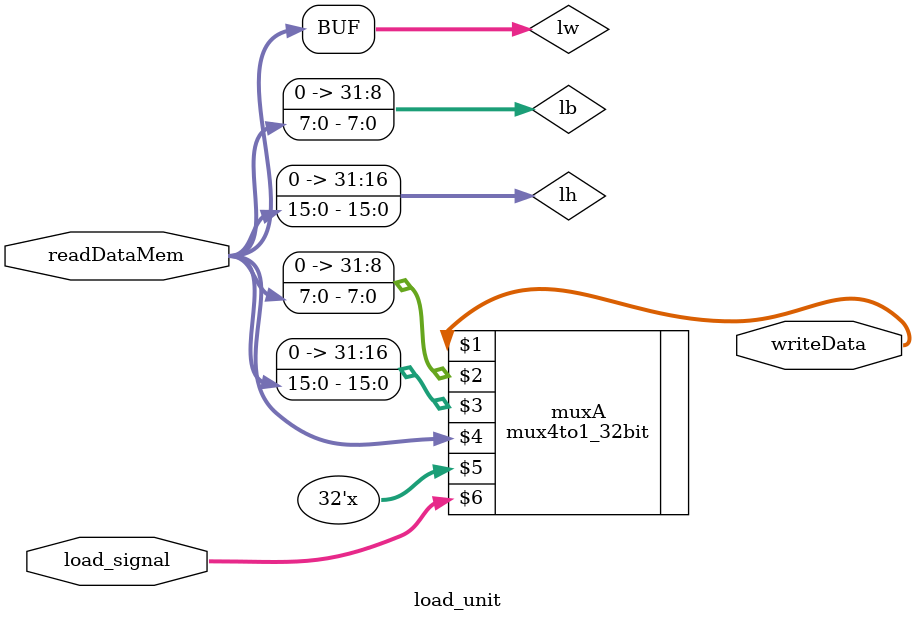
<source format=v>
module load_unit(output [31:0] writeData,
					  input [31:0] readDataMem,
					  input [1:0] load_signal);
	wire [31:0] lb,lh,lw;
	
	or(lb[0],1'b0,readDataMem[0]); or(lb[1],1'b0,readDataMem[1]); or(lb[2],1'b0,readDataMem[2]); or(lb[3],1'b0,readDataMem[3]);
	or(lb[4],1'b0,readDataMem[4]); or(lb[5],1'b0,readDataMem[5]); or(lb[6],1'b0,readDataMem[6]); or(lb[7],1'b0,readDataMem[7]);
	or(lb[8],1'b0,1'b0); or(lb[9],1'b0,1'b0); or(lb[10],1'b0,1'b0); or(lb[11],1'b0,1'b0);
	or(lb[12],1'b0,1'b0); or(lb[13],1'b0,1'b0); or(lb[14],1'b0,1'b0); or(lb[15],1'b0,1'b0);
	or(lb[16],1'b0,1'b0); or(lb[17],1'b0,1'b0); or(lb[18],1'b0,1'b0); or(lb[19],1'b0,1'b0);
	or(lb[20],1'b0,1'b0); or(lb[21],1'b0,1'b0); or(lb[22],1'b0,1'b0); or(lb[23],1'b0,1'b0);
	or(lb[24],1'b0,1'b0); or(lb[25],1'b0,1'b0); or(lb[26],1'b0,1'b0); or(lb[27],1'b0,1'b0);
	or(lb[28],1'b0,1'b0); or(lb[29],1'b0,1'b0); or(lb[30],1'b0,1'b0); or(lb[31],1'b0,1'b0);
	
	or(lh[0],1'b0,readDataMem[0]); or(lh[1],1'b0,readDataMem[1]); or(lh[2],1'b0,readDataMem[2]); or(lh[3],1'b0,readDataMem[3]);
	or(lh[4],1'b0,readDataMem[4]); or(lh[5],1'b0,readDataMem[5]); or(lh[6],1'b0,readDataMem[6]); or(lh[7],1'b0,readDataMem[7]);
	or(lh[8],1'b0,readDataMem[8]); or(lh[9],1'b0,readDataMem[9]); or(lh[10],1'b0,readDataMem[10]); or(lh[11],1'b0,readDataMem[11]);
	or(lh[12],1'b0,readDataMem[12]); or(lh[13],1'b0,readDataMem[13]); or(lh[14],1'b0,readDataMem[14]); or(lh[15],1'b0,readDataMem[15]);
	or(lh[16],1'b0,1'b0); or(lh[17],1'b0,1'b0); or(lh[18],1'b0,1'b0); or(lh[19],1'b0,1'b0);
	or(lh[20],1'b0,1'b0); or(lh[21],1'b0,1'b0); or(lh[22],1'b0,1'b0); or(lh[23],1'b0,1'b0);
	or(lh[24],1'b0,1'b0); or(lh[25],1'b0,1'b0); or(lh[26],1'b0,1'b0); or(lh[27],1'b0,1'b0);
	or(lh[28],1'b0,1'b0); or(lh[29],1'b0,1'b0); or(lh[30],1'b0,1'b0); or(lh[31],1'b0,1'b0);
	
	or(lw[0],1'b0,readDataMem[0]); or(lw[1],1'b0,readDataMem[1]); or(lw[2],1'b0,readDataMem[2]); or(lw[3],1'b0,readDataMem[3]);
	or(lw[4],1'b0,readDataMem[4]); or(lw[5],1'b0,readDataMem[5]); or(lw[6],1'b0,readDataMem[6]); or(lw[7],1'b0,readDataMem[7]);
	or(lw[8],1'b0,readDataMem[8]); or(lw[9],1'b0,readDataMem[9]); or(lw[10],1'b0,readDataMem[10]); or(lw[11],1'b0,readDataMem[11]);
	or(lw[12],1'b0,readDataMem[12]); or(lw[13],1'b0,readDataMem[13]); or(lw[14],1'b0,readDataMem[14]); or(lw[15],1'b0,readDataMem[15]);
	or(lw[16],1'b0,readDataMem[16]); or(lw[17],1'b0,readDataMem[17]); or(lw[18],1'b0,readDataMem[18]); or(lw[19],1'b0,readDataMem[19]);
	or(lw[20],1'b0,readDataMem[20]); or(lw[21],1'b0,readDataMem[21]); or(lw[22],1'b0,readDataMem[22]); or(lw[23],1'b0,readDataMem[23]);
	or(lw[24],1'b0,readDataMem[24]); or(lw[25],1'b0,readDataMem[25]); or(lw[26],1'b0,readDataMem[26]); or(lw[27],1'b0,readDataMem[27]);
	or(lw[28],1'b0,readDataMem[28]); or(lw[29],1'b0,readDataMem[29]); or(lw[30],1'b0,readDataMem[30]); or(lw[31],1'b0,readDataMem[31]);
	
	mux4to1_32bit muxA(writeData,lb,lh,lw,32'bx,load_signal);
	
	always@(*)begin
		$display("readDataMem=%32b",readDataMem);
	end

endmodule
</source>
